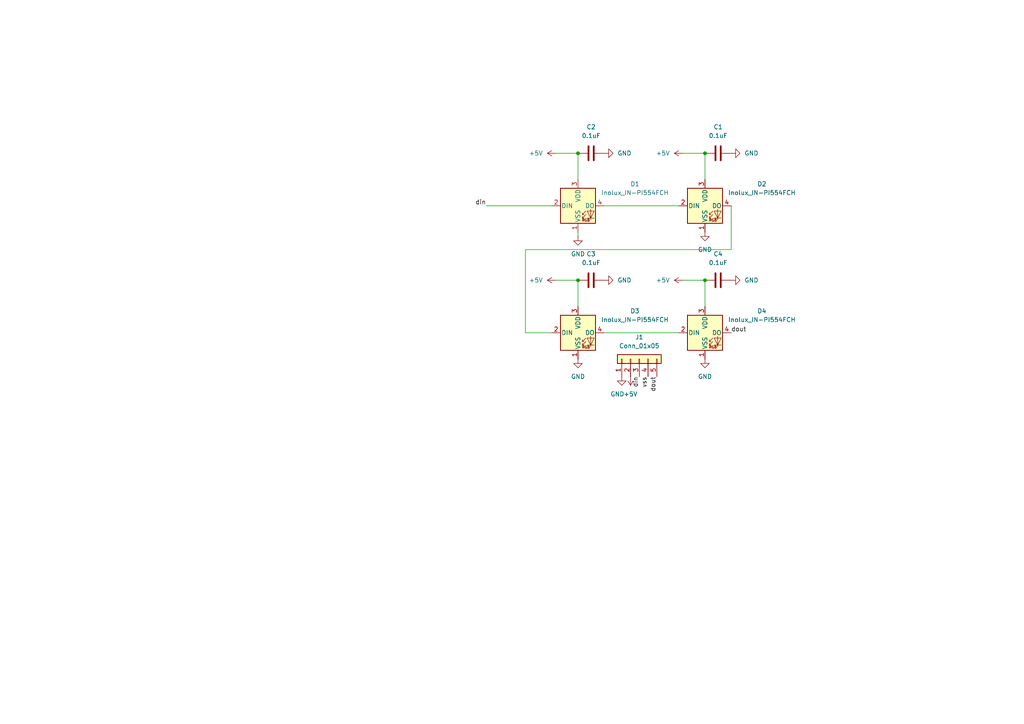
<source format=kicad_sch>
(kicad_sch (version 20231120) (generator "eeschema") (generator_version "8.0")
  (paper "A4")
  (lib_symbols
    (symbol "Connector_Generic:Conn_01x05" (pin_names (offset 1.016) hide)
      (property "Reference" "J" (at 0 7.62 0))
      (property "Value" "Conn_01x05" (at 0 -7.62 0))
      (symbol "Conn_01x05_1_1"
        (rectangle (start -1.27 -4.953) (end 0 -5.207) (stroke (width 0.1524)))
        (rectangle (start -1.27 -2.413) (end 0 -2.667) (stroke (width 0.1524)))
        (rectangle (start -1.27 0.127) (end 0 -0.127) (stroke (width 0.1524)))
        (rectangle (start -1.27 2.667) (end 0 2.413) (stroke (width 0.1524)))
        (rectangle (start -1.27 5.207) (end 0 4.953) (stroke (width 0.1524)))
        (rectangle (start -1.27 6.35) (end 1.27 -6.35) (stroke (width 0.254)) (fill (type background)))
        (pin passive line (at -5.08 5.08 0) (length 3.81) (name "Pin_1") (number "1"))
        (pin passive line (at -5.08 2.54 0) (length 3.81) (name "Pin_2") (number "2"))
        (pin passive line (at -5.08 0 0) (length 3.81) (name "Pin_3") (number "3"))
        (pin passive line (at -5.08 -2.54 0) (length 3.81) (name "Pin_4") (number "4"))
        (pin passive line (at -5.08 -5.08 0) (length 3.81) (name "Pin_5") (number "5"))
      )
    )
    (symbol "Device:C" (pin_numbers hide) (pin_names (offset 0.254))
      (property "Reference" "C" (at 0.635 2.54 0))
      (property "Value" "C" (at 0.635 -2.54 0))
      (symbol "C_0_1"
        (polyline (pts (xy -2.032 -0.762) (xy 2.032 -0.762)) (stroke (width 0.508)))
        (polyline (pts (xy -2.032 0.762) (xy 2.032 0.762)) (stroke (width 0.508)))
      )
      (symbol "C_1_1"
        (pin passive line (at 0 3.81 270) (length 2.794) (name "~") (number "1"))
        (pin passive line (at 0 -3.81 90) (length 2.794) (name "~") (number "2"))
      )
    )
    (symbol "LED:Inolux_IN-PI554FCH" (pin_names (offset 0.254))
      (property "Reference" "D" (at 5.08 5.715 0))
      (property "Value" "Inolux_IN-PI554FCH" (at 1.27 -5.715 0))
      (symbol "Inolux_IN-PI554FCH_0_0"
        (text "RGB" (at 2.286 -4.191 0) (effects (font (size 0.762 0.762))))
      )
      (symbol "Inolux_IN-PI554FCH_0_1"
        (polyline (pts (xy 1.27 -3.556) (xy 1.778 -3.556)))
        (polyline (pts (xy 1.27 -2.54) (xy 1.778 -2.54)))
        (polyline (pts (xy 4.699 -3.556) (xy 2.667 -3.556)))
        (polyline (pts (xy 2.286 -2.54) (xy 1.27 -3.556) (xy 1.27 -3.048)))
        (polyline (pts (xy 2.286 -1.524) (xy 1.27 -2.54) (xy 1.27 -2.032)))
        (polyline (pts (xy 3.683 -1.016) (xy 3.683 -3.556) (xy 3.683 -4.064)))
        (polyline (pts (xy 4.699 -1.524) (xy 2.667 -1.524) (xy 3.683 -3.556) (xy 4.699 -1.524)))
        (rectangle (start 5.08 5.08) (end -5.08 -5.08) (stroke (width 0.254)) (fill (type background)))
      )
      (symbol "Inolux_IN-PI554FCH_1_1"
        (pin power_in line (at 0 -7.62 90) (length 2.54) (name "VSS") (number "1"))
        (pin input line (at -7.62 0 0) (length 2.54) (name "DIN") (number "2"))
        (pin power_in line (at 0 7.62 270) (length 2.54) (name "VDD") (number "3"))
        (pin output line (at 7.62 0 180) (length 2.54) (name "DO") (number "4"))
      )
    )
    (symbol "power:+5V" (power) (pin_numbers hide) (pin_names (offset 0) hide)
      (property "Value" "+5V" (at 0 3.556 0))
      (symbol "+5V_0_1"
        (polyline (pts (xy -0.762 1.27) (xy 0 2.54)))
        (polyline (pts (xy 0 0) (xy 0 2.54)))
        (polyline (pts (xy 0 2.54) (xy 0.762 1.27)))
      )
      (symbol "+5V_1_1"
        (pin power_in line (at 0 0 90) (length 0) (name "~") (number "1"))
      )
    )
    (symbol "power:GND" (power) (pin_numbers hide) (pin_names (offset 0) hide)
      (property "Value" "GND" (at 0 -3.81 0))
      (symbol "GND_0_1"
        (polyline (pts (xy 0 0) (xy 0 -1.27) (xy 1.27 -1.27) (xy 0 -2.54) (xy -1.27 -1.27) (xy 0 -1.27)))
      )
      (symbol "GND_1_1"
        (pin power_in line (at 0 0 270) (length 0) (name "~") (number "1"))
      )
    )
  )
  (junction (at 204.47 81.28))
  (junction (at 167.64 44.45))
  (junction (at 167.64 81.28))
  (junction (at 204.47 44.45))
  (wire (pts (xy 152.4 72.39) (xy 152.4 96.52)))
  (wire (pts (xy 167.64 81.28) (xy 167.64 88.9)))
  (wire (pts (xy 212.09 72.39) (xy 152.4 72.39)))
  (wire (pts (xy 204.47 44.45) (xy 204.47 52.07)))
  (wire (pts (xy 198.12 81.28) (xy 204.47 81.28)))
  (wire (pts (xy 175.26 59.69) (xy 196.85 59.69)))
  (wire (pts (xy 161.29 81.28) (xy 167.64 81.28)))
  (wire (pts (xy 140.97 59.69) (xy 160.02 59.69)))
  (wire (pts (xy 198.12 44.45) (xy 204.47 44.45)))
  (wire (pts (xy 152.4 96.52) (xy 160.02 96.52)))
  (wire (pts (xy 167.64 44.45) (xy 167.64 52.07)))
  (wire (pts (xy 161.29 44.45) (xy 167.64 44.45)))
  (wire (pts (xy 204.47 81.28) (xy 204.47 88.9)))
  (wire (pts (xy 212.09 59.69) (xy 212.09 72.39)))
  (wire (pts (xy 175.26 96.52) (xy 196.85 96.52)))
  (wire (pts (xy 167.64 67.31) (xy 167.64 68.58)))
  (label "dout" (at 190.5 109.22 270))
  (label "vss" (at 187.96 109.22 270))
  (label "dout" (at 212.09 96.52 0))
  (label "din" (at 140.97 59.69 180))
  (label "din" (at 185.42 109.22 270))
  (symbol (lib_id "power:GND") (at 167.64 104.14 0) (unit 1)
    (property "Reference" "#PWR010" (effects (hide yes)))
    (property "Value" "GND" (at 167.64 109.22 0))
    (property "Description" "Power symbol creates a global label with name \"GND\" , ground" (effects (hide yes)))
  )
  (symbol (lib_id "Device:C") (at 208.28 81.28 90) (unit 1)
    (property "Reference" "C4" (at 208.28 73.66 90))
    (property "Value" "0.1uF" (at 208.28 76.2 90))
    (property "Footprint" "Capacitor_SMD:C_0805_2012Metric_Pad1.18x1.45mm_HandSolder" (effects (hide yes)))
    (property "Description" "Unpolarized capacitor" (effects (hide yes)))
  )
  (symbol (lib_id "LED:Inolux_IN-PI554FCH") (at 204.47 59.69 0) (unit 1)
    (property "Reference" "D2" (at 220.98 53.3714 0))
    (property "Value" "Inolux_IN-PI554FCH" (at 220.98 55.9114 0))
    (property "Footprint" "LED_SMD:LED_Inolux_IN-PI554FCH_PLCC4_5.0x5.0mm_P3.2mm" (effects (hide yes)))
    (property "Datasheet" "http://www.inolux-corp.com/datasheet/SMDLED/Addressable%20LED/IN-PI554FCH.pdf" (effects (hide yes)))
    (property "Description" "5050 RGB LED 4-Pin with integrated IC" (effects (hide yes)))
  )
  (symbol (lib_id "power:GND") (at 212.09 44.45 90) (unit 1)
    (property "Reference" "#PWR02" (effects (hide yes)))
    (property "Value" "GND" (at 215.9 44.4499 90) (effects (justify right)))
    (property "Description" "Power symbol creates a global label with name \"GND\" , ground" (effects (hide yes)))
  )
  (symbol (lib_id "Device:C") (at 171.45 44.45 90) (unit 1)
    (property "Reference" "C2" (at 171.45 36.83 90))
    (property "Value" "0.1uF" (at 171.45 39.37 90))
    (property "Footprint" "Capacitor_SMD:C_0805_2012Metric_Pad1.18x1.45mm_HandSolder" (effects (hide yes)))
    (property "Description" "Unpolarized capacitor" (effects (hide yes)))
  )
  (symbol (lib_id "power:+5V") (at 198.12 81.28 90) (unit 1)
    (property "Reference" "#PWR07" (effects (hide yes)))
    (property "Value" "+5V" (at 194.31 81.2799 90) (effects (justify left)))
    (property "Description" "Power symbol creates a global label with name \"+5V\"" (effects (hide yes)))
  )
  (symbol (lib_id "power:GND") (at 167.64 68.58 0) (unit 1)
    (property "Reference" "#PWR012" (effects (hide yes)))
    (property "Value" "GND" (at 167.64 73.66 0))
    (property "Description" "Power symbol creates a global label with name \"GND\" , ground" (effects (hide yes)))
  )
  (symbol (lib_id "power:+5V") (at 198.12 44.45 90) (unit 1)
    (property "Reference" "#PWR01" (effects (hide yes)))
    (property "Value" "+5V" (at 194.31 44.4499 90) (effects (justify left)))
    (property "Description" "Power symbol creates a global label with name \"+5V\"" (effects (hide yes)))
  )
  (symbol (lib_id "power:GND") (at 204.47 104.14 0) (unit 1)
    (property "Reference" "#PWR011" (effects (hide yes)))
    (property "Value" "GND" (at 204.47 109.22 0))
    (property "Description" "Power symbol creates a global label with name \"GND\" , ground" (effects (hide yes)))
  )
  (symbol (lib_id "power:GND") (at 204.47 67.31 0) (unit 1)
    (property "Reference" "#PWR09" (effects (hide yes)))
    (property "Value" "GND" (at 204.47 72.39 0))
    (property "Description" "Power symbol creates a global label with name \"GND\" , ground" (effects (hide yes)))
  )
  (symbol (lib_id "power:GND") (at 175.26 81.28 90) (unit 1)
    (property "Reference" "#PWR06" (effects (hide yes)))
    (property "Value" "GND" (at 179.07 81.2799 90) (effects (justify right)))
    (property "Description" "Power symbol creates a global label with name \"GND\" , ground" (effects (hide yes)))
  )
  (symbol (lib_id "Connector_Generic:Conn_01x05") (at 185.42 104.14 90) (unit 1)
    (property "Reference" "J1" (at 185.42 97.79 90))
    (property "Value" "Conn_01x05" (at 185.42 100.33 90))
    (property "Footprint" "Connector_PinHeader_2.54mm:PinHeader_1x05_P2.54mm_Vertical" (effects (hide yes)))
    (property "Description" "Generic connector, single row, 01x05, script generated (kicad-library-utils/schlib/autogen/connector/)" (effects (hide yes)))
  )
  (symbol (lib_id "LED:Inolux_IN-PI554FCH") (at 204.47 96.52 0) (unit 1)
    (property "Reference" "D4" (at 220.98 90.2014 0))
    (property "Value" "Inolux_IN-PI554FCH" (at 220.98 92.7414 0))
    (property "Footprint" "LED_SMD:LED_Inolux_IN-PI554FCH_PLCC4_5.0x5.0mm_P3.2mm" (effects (hide yes)))
    (property "Datasheet" "http://www.inolux-corp.com/datasheet/SMDLED/Addressable%20LED/IN-PI554FCH.pdf" (effects (hide yes)))
    (property "Description" "5050 RGB LED 4-Pin with integrated IC" (effects (hide yes)))
  )
  (symbol (lib_id "power:+5V") (at 182.88 109.22 180) (unit 1)
    (property "Reference" "#PWR014" (effects (hide yes)))
    (property "Value" "+5V" (at 182.88 114.3 0))
    (property "Description" "Power symbol creates a global label with name \"+5V\"" (effects (hide yes)))
  )
  (symbol (lib_id "power:GND") (at 212.09 81.28 90) (unit 1)
    (property "Reference" "#PWR08" (effects (hide yes)))
    (property "Value" "GND" (at 215.9 81.2799 90) (effects (justify right)))
    (property "Description" "Power symbol creates a global label with name \"GND\" , ground" (effects (hide yes)))
  )
  (symbol (lib_id "LED:Inolux_IN-PI554FCH") (at 167.64 59.69 0) (unit 1)
    (property "Reference" "D1" (at 184.15 53.3714 0))
    (property "Value" "Inolux_IN-PI554FCH" (at 184.15 55.9114 0))
    (property "Footprint" "LED_SMD:LED_Inolux_IN-PI554FCH_PLCC4_5.0x5.0mm_P3.2mm" (effects (hide yes)))
    (property "Datasheet" "http://www.inolux-corp.com/datasheet/SMDLED/Addressable%20LED/IN-PI554FCH.pdf" (effects (hide yes)))
    (property "Description" "5050 RGB LED 4-Pin with integrated IC" (effects (hide yes)))
  )
  (symbol (lib_id "power:GND") (at 180.34 109.22 0) (unit 1)
    (property "Reference" "#PWR013" (effects (hide yes)))
    (property "Value" "GND" (at 179.07 114.3 0))
    (property "Description" "Power symbol creates a global label with name \"GND\" , ground" (effects (hide yes)))
  )
  (symbol (lib_id "LED:Inolux_IN-PI554FCH") (at 167.64 96.52 0) (unit 1)
    (property "Reference" "D3" (at 184.15 90.2014 0))
    (property "Value" "Inolux_IN-PI554FCH" (at 184.15 92.7414 0))
    (property "Footprint" "LED_SMD:LED_Inolux_IN-PI554FCH_PLCC4_5.0x5.0mm_P3.2mm" (effects (hide yes)))
    (property "Datasheet" "http://www.inolux-corp.com/datasheet/SMDLED/Addressable%20LED/IN-PI554FCH.pdf" (effects (hide yes)))
    (property "Description" "5050 RGB LED 4-Pin with integrated IC" (effects (hide yes)))
  )
  (symbol (lib_id "Device:C") (at 171.45 81.28 90) (unit 1)
    (property "Reference" "C3" (at 171.45 73.66 90))
    (property "Value" "0.1uF" (at 171.45 76.2 90))
    (property "Footprint" "Capacitor_SMD:C_0805_2012Metric_Pad1.18x1.45mm_HandSolder" (effects (hide yes)))
    (property "Description" "Unpolarized capacitor" (effects (hide yes)))
  )
  (symbol (lib_id "power:GND") (at 175.26 44.45 90) (unit 1)
    (property "Reference" "#PWR04" (effects (hide yes)))
    (property "Value" "GND" (at 179.07 44.4499 90) (effects (justify right)))
    (property "Description" "Power symbol creates a global label with name \"GND\" , ground" (effects (hide yes)))
  )
  (symbol (lib_id "power:+5V") (at 161.29 44.45 90) (unit 1)
    (property "Reference" "#PWR03" (effects (hide yes)))
    (property "Value" "+5V" (at 157.48 44.4499 90) (effects (justify left)))
    (property "Description" "Power symbol creates a global label with name \"+5V\"" (effects (hide yes)))
  )
  (symbol (lib_id "Device:C") (at 208.28 44.45 90) (unit 1)
    (property "Reference" "C1" (at 208.28 36.83 90))
    (property "Value" "0.1uF" (at 208.28 39.37 90))
    (property "Footprint" "Capacitor_SMD:C_0805_2012Metric_Pad1.18x1.45mm_HandSolder" (effects (hide yes)))
    (property "Description" "Unpolarized capacitor" (effects (hide yes)))
  )
  (symbol (lib_id "power:+5V") (at 161.29 81.28 90) (unit 1)
    (property "Reference" "#PWR05" (effects (hide yes)))
    (property "Value" "+5V" (at 157.48 81.2799 90) (effects (justify left)))
    (property "Description" "Power symbol creates a global label with name \"+5V\"" (effects (hide yes)))
  )
)
</source>
